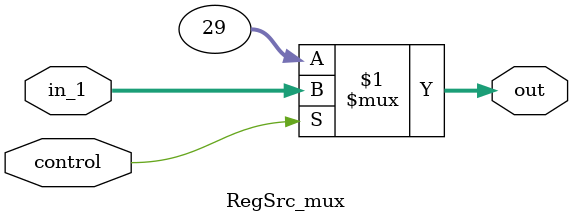
<source format=v>
module RegSrc_mux (
    input wire control,

    input wire[31:0] in_1, // instrução (rs) - 1

    output wire[31:0] out
);

    assign out = control ? in_1 : 32'd29;
endmodule

</source>
